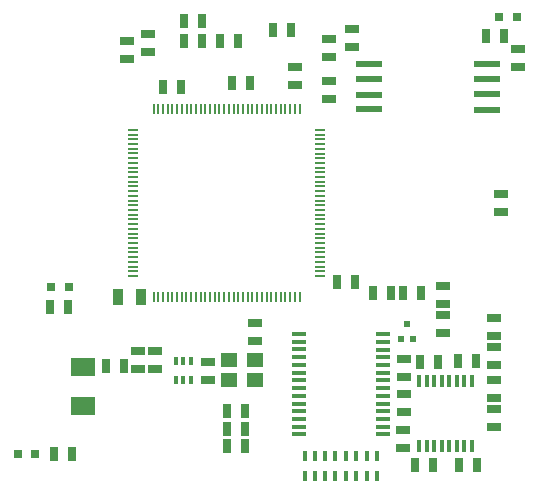
<source format=gtp>
G04 (created by PCBNEW-RS274X (2011-07-20 BZR 3052)-testing) date Fri 19 Aug 2011 07:07:35 AM COT*
G01*
G70*
G90*
%MOIN*%
G04 Gerber Fmt 3.4, Leading zero omitted, Abs format*
%FSLAX34Y34*%
G04 APERTURE LIST*
%ADD10C,0.006000*%
%ADD11R,0.015700X0.039300*%
%ADD12R,0.035000X0.008000*%
%ADD13R,0.008000X0.035000*%
%ADD14R,0.025000X0.045000*%
%ADD15R,0.045000X0.025000*%
%ADD16R,0.080000X0.060000*%
%ADD17R,0.035000X0.055000*%
%ADD18R,0.050000X0.016000*%
%ADD19R,0.019600X0.023600*%
%ADD20R,0.015700X0.031400*%
%ADD21R,0.013800X0.035400*%
%ADD22R,0.055100X0.047200*%
%ADD23R,0.086600X0.023600*%
%ADD24R,0.031400X0.031400*%
G04 APERTURE END LIST*
G54D10*
G54D11*
X62966Y-46557D03*
X62716Y-46557D03*
X62466Y-46557D03*
X62216Y-46557D03*
X61966Y-46557D03*
X61716Y-46557D03*
X61466Y-46557D03*
X61216Y-46557D03*
X61216Y-48721D03*
X61466Y-48721D03*
X61716Y-48721D03*
X61966Y-48721D03*
X62216Y-48721D03*
X62466Y-48721D03*
X62716Y-48721D03*
X62966Y-48721D03*
G54D12*
X57919Y-43054D03*
G54D13*
X57228Y-37495D03*
G54D12*
X51669Y-38186D03*
G54D13*
X52360Y-43745D03*
G54D12*
X57919Y-42897D03*
G54D13*
X57071Y-37495D03*
G54D12*
X51669Y-38343D03*
G54D13*
X52517Y-43745D03*
G54D12*
X57919Y-42740D03*
G54D13*
X56914Y-37495D03*
G54D12*
X51669Y-38500D03*
G54D13*
X52674Y-43745D03*
G54D12*
X57919Y-42583D03*
G54D13*
X56757Y-37495D03*
G54D12*
X51669Y-38657D03*
G54D13*
X52831Y-43745D03*
G54D12*
X57919Y-42426D03*
G54D13*
X56600Y-37495D03*
G54D12*
X51669Y-38814D03*
G54D13*
X52988Y-43745D03*
G54D12*
X57919Y-42269D03*
G54D13*
X56443Y-37495D03*
G54D12*
X51669Y-38971D03*
G54D13*
X53145Y-43745D03*
G54D12*
X57919Y-42112D03*
G54D13*
X56286Y-37495D03*
G54D12*
X51669Y-39128D03*
G54D13*
X53302Y-43745D03*
G54D12*
X57919Y-41955D03*
G54D13*
X56129Y-37495D03*
G54D12*
X51669Y-39285D03*
G54D13*
X53459Y-43745D03*
G54D12*
X57919Y-41798D03*
G54D13*
X55972Y-37495D03*
G54D12*
X51669Y-39442D03*
G54D13*
X53616Y-43745D03*
G54D12*
X57919Y-41641D03*
G54D13*
X55815Y-37495D03*
G54D12*
X51669Y-39599D03*
G54D13*
X53773Y-43745D03*
G54D12*
X57919Y-41484D03*
G54D13*
X55658Y-37495D03*
G54D12*
X51669Y-39756D03*
G54D13*
X53930Y-43745D03*
G54D12*
X57919Y-41327D03*
G54D13*
X55501Y-37495D03*
G54D12*
X51669Y-39913D03*
G54D13*
X54087Y-43745D03*
G54D12*
X57919Y-41170D03*
G54D13*
X55344Y-37495D03*
G54D12*
X51669Y-40070D03*
G54D13*
X54244Y-43745D03*
G54D12*
X57919Y-41013D03*
G54D13*
X55187Y-37495D03*
G54D12*
X51669Y-40227D03*
G54D13*
X54401Y-43745D03*
G54D12*
X57919Y-40856D03*
G54D13*
X55030Y-37495D03*
G54D12*
X51669Y-40384D03*
G54D13*
X54558Y-43745D03*
G54D12*
X57919Y-40699D03*
G54D13*
X54873Y-37495D03*
G54D12*
X51669Y-40541D03*
G54D13*
X54715Y-43745D03*
G54D12*
X57919Y-40542D03*
G54D13*
X54716Y-37495D03*
G54D12*
X51669Y-40698D03*
G54D13*
X54872Y-43745D03*
G54D12*
X57919Y-40385D03*
G54D13*
X54559Y-37495D03*
G54D12*
X51669Y-40855D03*
G54D13*
X55029Y-43745D03*
G54D12*
X57919Y-40228D03*
G54D13*
X54402Y-37495D03*
G54D12*
X51669Y-41012D03*
G54D13*
X55186Y-43745D03*
G54D12*
X57919Y-40071D03*
G54D13*
X54245Y-37495D03*
G54D12*
X51669Y-41169D03*
G54D13*
X55343Y-43745D03*
G54D12*
X57919Y-39914D03*
G54D13*
X54088Y-37495D03*
G54D12*
X51669Y-41326D03*
G54D13*
X55500Y-43745D03*
G54D12*
X57919Y-39757D03*
G54D13*
X53931Y-37495D03*
G54D12*
X51669Y-41483D03*
G54D13*
X55657Y-43745D03*
G54D12*
X57919Y-39600D03*
G54D13*
X53774Y-37495D03*
G54D12*
X51669Y-41640D03*
G54D13*
X55814Y-43745D03*
G54D12*
X57919Y-39443D03*
G54D13*
X53617Y-37495D03*
G54D12*
X51669Y-41797D03*
G54D13*
X55971Y-43745D03*
G54D12*
X57919Y-39286D03*
G54D13*
X53460Y-37495D03*
G54D12*
X51669Y-41954D03*
G54D13*
X56128Y-43745D03*
G54D12*
X57919Y-39129D03*
G54D13*
X53303Y-37495D03*
G54D12*
X51669Y-42111D03*
G54D13*
X56285Y-43745D03*
G54D12*
X57919Y-38972D03*
G54D13*
X53146Y-37495D03*
G54D12*
X51669Y-42268D03*
G54D13*
X56442Y-43745D03*
G54D12*
X57919Y-38815D03*
G54D13*
X52989Y-37495D03*
G54D12*
X51669Y-42425D03*
G54D13*
X56599Y-43745D03*
G54D12*
X57919Y-38658D03*
G54D13*
X52832Y-37495D03*
G54D12*
X51669Y-42582D03*
G54D13*
X56756Y-43745D03*
G54D12*
X57919Y-38501D03*
G54D13*
X52675Y-37495D03*
G54D12*
X51669Y-42739D03*
G54D13*
X56913Y-43745D03*
G54D12*
X57919Y-38344D03*
G54D13*
X52518Y-37495D03*
G54D12*
X51669Y-42896D03*
G54D13*
X57070Y-43745D03*
G54D12*
X57919Y-38187D03*
G54D13*
X52361Y-37495D03*
G54D12*
X51669Y-43053D03*
G54D13*
X57227Y-43745D03*
G54D14*
X62515Y-45898D03*
X63115Y-45898D03*
X61836Y-45934D03*
X61236Y-45934D03*
X63143Y-49367D03*
X62543Y-49367D03*
X61678Y-49358D03*
X61078Y-49358D03*
X52692Y-36752D03*
X53292Y-36752D03*
G54D15*
X64508Y-35487D03*
X64508Y-36087D03*
G54D14*
X48913Y-44075D03*
X49513Y-44075D03*
X64040Y-35039D03*
X63440Y-35039D03*
G54D15*
X58209Y-37170D03*
X58209Y-36570D03*
G54D14*
X49631Y-48976D03*
X49031Y-48976D03*
X60269Y-43622D03*
X59669Y-43622D03*
G54D16*
X50000Y-46082D03*
X50000Y-47382D03*
G54D17*
X51938Y-43752D03*
X51188Y-43752D03*
G54D15*
X52185Y-35595D03*
X52185Y-34995D03*
X51476Y-35812D03*
X51476Y-35212D03*
G54D14*
X53981Y-34567D03*
X53381Y-34567D03*
X53981Y-35217D03*
X53381Y-35217D03*
X54562Y-35217D03*
X55162Y-35217D03*
X56334Y-34843D03*
X56934Y-34843D03*
G54D15*
X58209Y-35153D03*
X58209Y-35753D03*
X57087Y-36698D03*
X57087Y-36098D03*
G54D14*
X55576Y-36634D03*
X54976Y-36634D03*
G54D15*
X58965Y-35434D03*
X58965Y-34834D03*
X62025Y-44361D03*
X62025Y-44961D03*
X63705Y-46530D03*
X63705Y-47130D03*
X62025Y-43993D03*
X62025Y-43393D03*
X63957Y-40910D03*
X63957Y-40310D03*
X63704Y-45417D03*
X63704Y-46017D03*
G54D14*
X55410Y-48717D03*
X54810Y-48717D03*
X55410Y-48146D03*
X54810Y-48146D03*
X55410Y-47571D03*
X54810Y-47571D03*
G54D15*
X52409Y-45550D03*
X52409Y-46150D03*
G54D14*
X51363Y-46055D03*
X50763Y-46055D03*
G54D15*
X51835Y-46150D03*
X51835Y-45550D03*
X54165Y-45909D03*
X54165Y-46509D03*
X55740Y-44625D03*
X55740Y-45225D03*
X63704Y-44452D03*
X63704Y-45052D03*
G54D14*
X58476Y-43264D03*
X59076Y-43264D03*
G54D15*
X63709Y-48098D03*
X63709Y-47498D03*
G54D14*
X61265Y-43622D03*
X60665Y-43622D03*
G54D18*
X60022Y-48327D03*
X60022Y-48077D03*
X60022Y-47817D03*
X60022Y-47557D03*
X60022Y-47307D03*
X60022Y-47047D03*
X60022Y-46787D03*
X60022Y-46537D03*
X60022Y-46277D03*
X60022Y-46027D03*
X60022Y-45767D03*
X60022Y-45507D03*
X60022Y-45257D03*
X60022Y-44997D03*
X57222Y-44997D03*
X57222Y-45257D03*
X57222Y-45497D03*
X57222Y-45767D03*
X57222Y-46027D03*
X57222Y-46277D03*
X57222Y-46537D03*
X57222Y-46787D03*
X57222Y-47047D03*
X57222Y-47307D03*
X57222Y-47557D03*
X57222Y-47817D03*
X57222Y-48077D03*
X57222Y-48327D03*
G54D15*
X60693Y-48784D03*
X60693Y-48184D03*
X60697Y-46430D03*
X60697Y-45830D03*
X60697Y-46980D03*
X60697Y-47580D03*
G54D19*
X60603Y-45168D03*
X60995Y-45168D03*
X60799Y-44658D03*
G54D20*
X53605Y-45887D03*
X53350Y-45887D03*
X53095Y-45887D03*
X53095Y-46515D03*
X53350Y-46515D03*
X53605Y-46515D03*
G54D21*
X57413Y-49713D03*
X57413Y-49044D03*
X57748Y-49044D03*
X57748Y-49713D03*
X59472Y-49713D03*
X59472Y-49044D03*
X59807Y-49044D03*
X59807Y-49713D03*
X58764Y-49720D03*
X58764Y-49051D03*
X59099Y-49051D03*
X59099Y-49720D03*
X58083Y-49713D03*
X58083Y-49044D03*
X58418Y-49044D03*
X58418Y-49713D03*
G54D22*
X55740Y-45862D03*
X54874Y-45862D03*
X54874Y-46531D03*
X55740Y-46531D03*
G54D23*
X63464Y-37508D03*
X63464Y-37004D03*
X63464Y-36500D03*
X63464Y-35996D03*
X59527Y-36004D03*
X59527Y-36496D03*
X59527Y-37008D03*
X59527Y-37500D03*
G54D24*
X47827Y-48980D03*
X48417Y-48980D03*
X64468Y-34409D03*
X63878Y-34409D03*
X48937Y-43425D03*
X49527Y-43425D03*
M02*

</source>
